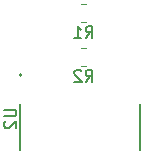
<source format=gbr>
%TF.GenerationSoftware,KiCad,Pcbnew,6.0.8-f2edbf62ab~116~ubuntu22.04.1*%
%TF.CreationDate,2022-11-23T03:00:06-05:00*%
%TF.ProjectId,MJBOTS-CubeSat,4d4a424f-5453-42d4-9375-62655361742e,rev?*%
%TF.SameCoordinates,Original*%
%TF.FileFunction,Legend,Bot*%
%TF.FilePolarity,Positive*%
%FSLAX46Y46*%
G04 Gerber Fmt 4.6, Leading zero omitted, Abs format (unit mm)*
G04 Created by KiCad (PCBNEW 6.0.8-f2edbf62ab~116~ubuntu22.04.1) date 2022-11-23 03:00:06*
%MOMM*%
%LPD*%
G01*
G04 APERTURE LIST*
%ADD10C,0.150000*%
%ADD11C,0.120000*%
%ADD12C,0.127000*%
%ADD13C,0.200000*%
G04 APERTURE END LIST*
D10*
%TO.C,R2*%
X108166666Y-76402380D02*
X108500000Y-75926190D01*
X108738095Y-76402380D02*
X108738095Y-75402380D01*
X108357142Y-75402380D01*
X108261904Y-75450000D01*
X108214285Y-75497619D01*
X108166666Y-75592857D01*
X108166666Y-75735714D01*
X108214285Y-75830952D01*
X108261904Y-75878571D01*
X108357142Y-75926190D01*
X108738095Y-75926190D01*
X107785714Y-75497619D02*
X107738095Y-75450000D01*
X107642857Y-75402380D01*
X107404761Y-75402380D01*
X107309523Y-75450000D01*
X107261904Y-75497619D01*
X107214285Y-75592857D01*
X107214285Y-75688095D01*
X107261904Y-75830952D01*
X107833333Y-76402380D01*
X107214285Y-76402380D01*
%TO.C,R1*%
X108166666Y-72702380D02*
X108500000Y-72226190D01*
X108738095Y-72702380D02*
X108738095Y-71702380D01*
X108357142Y-71702380D01*
X108261904Y-71750000D01*
X108214285Y-71797619D01*
X108166666Y-71892857D01*
X108166666Y-72035714D01*
X108214285Y-72130952D01*
X108261904Y-72178571D01*
X108357142Y-72226190D01*
X108738095Y-72226190D01*
X107214285Y-72702380D02*
X107785714Y-72702380D01*
X107500000Y-72702380D02*
X107500000Y-71702380D01*
X107595238Y-71845238D01*
X107690476Y-71940476D01*
X107785714Y-71988095D01*
%TO.C,U2*%
X101275380Y-78763095D02*
X102084904Y-78763095D01*
X102180142Y-78810714D01*
X102227761Y-78858333D01*
X102275380Y-78953571D01*
X102275380Y-79144047D01*
X102227761Y-79239285D01*
X102180142Y-79286904D01*
X102084904Y-79334523D01*
X101275380Y-79334523D01*
X101370619Y-79763095D02*
X101323000Y-79810714D01*
X101275380Y-79905952D01*
X101275380Y-80144047D01*
X101323000Y-80239285D01*
X101370619Y-80286904D01*
X101465857Y-80334523D01*
X101561095Y-80334523D01*
X101703952Y-80286904D01*
X102275380Y-79715476D01*
X102275380Y-80334523D01*
D11*
%TO.C,R2*%
X107772936Y-75035000D02*
X108227064Y-75035000D01*
X107772936Y-73565000D02*
X108227064Y-73565000D01*
%TO.C,R1*%
X107772936Y-71335000D02*
X108227064Y-71335000D01*
X107772936Y-69865000D02*
X108227064Y-69865000D01*
D12*
%TO.C,U2*%
X112765000Y-78250000D02*
X112765000Y-82150000D01*
X102635000Y-78250000D02*
X102635000Y-82150000D01*
D13*
X102755000Y-75845000D02*
G75*
G03*
X102755000Y-75845000I-100000J0D01*
G01*
%TD*%
M02*

</source>
